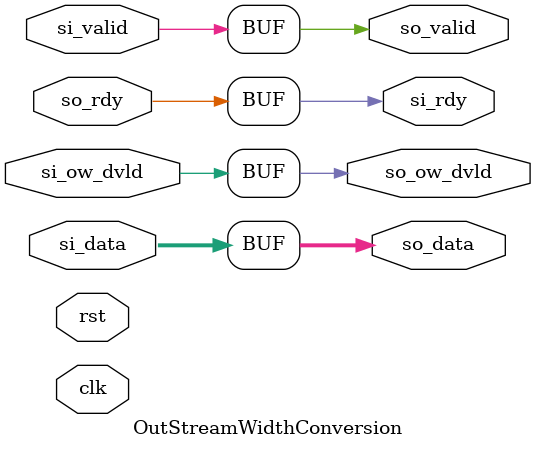
<source format=v>


// This module converts an input stream from C_DATA_WIDTH to W 
// (currently only supports C_DATA_WIDTH==256 && W==(256 || 128 || 32) or 
//                          C_DATA_WIDTH==128 && W==(128 || 32)
module InStreamWidthConversion #(
        parameter           W=128,
	parameter	    C_DATA_WIDTH=128,
	parameter	    SI_OW_DVLD_W=(C_DATA_WIDTH==256)?'d2:'d1,
	parameter	    SO_OW_DVLD_W=(W==256)?'d2:'d1

    ) (
        // core stream signals
        input               clk,
        input               rst,
        
        // "wide" input stream signals that will be converted to a "narrow" stream
        input              si_valid,
        input      [C_DATA_WIDTH-1:0] si_data,
	input      [SI_OW_DVLD_W-1:0] si_ow_dvld,	// 16 byte (Octa) word valid flags
        output reg         si_rdy,
        
        // converted "narrow" input stream signals
        output reg           so_valid,  
	output reg [SO_OW_DVLD_W-1:0] so_ow_dvld,	// Only useful for 256 bit passthru case
        input                so_rdy,    
        output reg [W-1:0]   so_data
    );
    
    // state machine to control the loading of the data
    localparam  IDLE    = 4'b0001,	// 0
		LD_D0   = 4'b0000,	// 0
                D0      = 4'b1001,	// 9
                D1      = 4'b1010,	// 10
                D2      = 4'b1011,	// 11,
                D3      = 4'b1100,	// 12,
                D4      = 4'b1101,	// 13,
                D5      = 4'b1110,	// 14,
                D6      = 4'b1111,	// 15,
                D7      = 4'b1000;	// 8
   
    generate if (W == C_DATA_WIDTH) begin : g_passthru
       // No conversion necessary, just pass the data and controls through
       always @ (*) begin
          si_rdy = so_rdy;
          so_valid = si_valid;
	  so_ow_dvld = si_ow_dvld;
          so_data = si_data;
       end

    end else begin : g_streamwidthconvert

       wire            p_si_width256 = (C_DATA_WIDTH == 256);
       wire            p_si_width128 = (C_DATA_WIDTH == 128);
       wire            p_conv_width128 = (W == 128);
       wire            p_conv_width32 = (W == 32);

       reg             c_si_rdy;
       reg             c_so_valid;

       reg     [C_DATA_WIDTH-1:0] si_data_hold;
       reg     [SI_OW_DVLD_W-1:0] si_ow_dvld_hold;
      
       reg             c_load_so_data;
       reg             c_nxt_si_data_vld;
       reg             r_nxt_si_data_vld;
       
       reg     [3:0]   r_state;
       reg     [3:0]   c_state;

       wire    [7:0]   c_ow_dvld;

       // load data into a C_DATA_WIDTH bit wide local register
       always @ (posedge clk) begin
           if (c_si_rdy) begin
               si_data_hold <= si_data;
	       si_ow_dvld_hold <= si_ow_dvld;
           end
       end

       // If si width is 256 bit, then the si_ow_dvld field will indicate the
       // validity of the two 16 byte (Octa) words. 
       // In the 256 bit case we'll use si_ow_dvld to determine the validity
       // of so_data, i.e. so_valid based on the conversion width
       // In cases other than 256 bit, the c_ow_dvld field is unnecessary and
       // all 16 byte input words are considered valid
       if (C_DATA_WIDTH == 256) begin : g_ow_dvld
          assign c_ow_dvld = p_conv_width128 ? {6'h0, si_ow_dvld_hold[1:0]} : 
                                               {{4{si_ow_dvld_hold[1]}}, {4{si_ow_dvld_hold[0]}}};
       end else begin : g_no_ow_dvld
          assign c_ow_dvld = 8'hff;
       end
   
       if ((C_DATA_WIDTH == 256) && (W == 128)) begin : g_strconv256to128
          // load data from 256-bit register into the 128-bit output register
          always @ (posedge clk) begin
              if (c_load_so_data) begin
                  case(r_state[0]) 
                      1'b0: so_data <= si_data_hold[127:0];
                      1'b1: so_data <= si_data_hold[255:128];
                  endcase
              end
          end
       end else if ((C_DATA_WIDTH == 128) && (W == 32)) begin : g_strconv128to32
          // load data from 128-bit register into the 32-bit output register
          always @ (posedge clk) begin
              if (c_load_so_data) begin
                  case(r_state[1:0]) 
                      2'h0: so_data <= si_data_hold[31:0];
                      2'h1: so_data <= si_data_hold[63:32];
                      2'h2: so_data <= si_data_hold[95:64];
                      2'h3: so_data <= si_data_hold[127:96];
                  endcase
              end
          end
       end else if ((C_DATA_WIDTH == 256) && (W == 32)) begin : g_strconv256to32
          // load data from 256-bit register into the 32-bit output register
          always @ (posedge clk) begin
              if (c_load_so_data) begin
                  case(r_state[2:0]) 
                      3'h0: so_data <= si_data_hold[31:0];
                      3'h1: so_data <= si_data_hold[63:32];
                      3'h2: so_data <= si_data_hold[95:64];
                      3'h3: so_data <= si_data_hold[127:96];
                      3'h4: so_data <= si_data_hold[159:128];
                      3'h5: so_data <= si_data_hold[191:160];
                      3'h6: so_data <= si_data_hold[223:192];
                      3'h7: so_data <= si_data_hold[255:224];
                  endcase
              end
          end
       end else begin : g_invalid_strconv
          // Unsupported conversion
          always @ (posedge clk) begin
	     so_data <= 'hdeadbeef;
	     // synthesis translate_off
	     $display("ERROR: %m Unsupported Stream Width Conversion Parameters W = %d, C_DATA_WIDTH = %d @ time %t\n", W, C_DATA_WIDTH, $time);
	     // synthesis translate_on
          end
       end

       // FSM
       always @ (posedge clk) begin
           if (rst) begin
	       si_rdy <= 1'b0;
	       so_valid <= 1'b0;
               r_state <= IDLE;
	       r_nxt_si_data_vld <= 1'b0;
           end else begin
	       si_rdy <= c_si_rdy;
	       so_valid <= c_so_valid;
               r_state <= c_state;
	       r_nxt_si_data_vld <= c_nxt_si_data_vld;
           end
       end
   
       // next state logic
       always @ (*) begin
           so_ow_dvld = {SO_OW_DVLD_W{1'b1}};	// W should never be 256 bits in this case
   
           c_si_rdy = 1'b0;
           c_so_valid = so_valid;
           c_load_so_data = 1'b0;
           c_state = r_state;
	   c_nxt_si_data_vld = r_nxt_si_data_vld;
   
           case (r_state)
              
	       // When stream is valid load input holding register, then assert
	       // si_rdy on next cycle and transition to the load first output 
	       // data state
               IDLE: begin
		   c_nxt_si_data_vld = 1'b0;
		   c_so_valid = 1'b0;
                   if (si_valid) begin
                      c_state = LD_D0;
		      c_si_rdy = 1'b1;
                   end
               end

	       // load the so_data register with cycle 0 data and transition
	       // to Data 0 state
               LD_D0: begin
	           c_state = D0;
		   c_load_so_data = 1'b1;
		   c_so_valid = c_ow_dvld[0];
	       end

	       // assert so_valid and when the bus is rdy then load the so_data
	       // register with cycle 1 data and transition to Data 1 state.
	       // If we're doing a 256 bit to 128 bit stream conversion then
	       // check if the input stream is valid, if so latch the data and
	       // assert si_rdy on the next cycle. Also hold status that we've
	       // latched the next input data
	       D0: begin
		   if (so_rdy || !so_valid) begin
		      c_state = D1;
		      c_load_so_data = 1'b1;
		      c_so_valid = c_ow_dvld[1];
	              if (p_si_width256 && p_conv_width128 && si_valid) begin
		         c_si_rdy = 1'b1;
			 c_nxt_si_data_vld = 1'b1;
		      end
		   end
	       end

	       // assert so_valid and when the bus is rdy then load the so_data
	       // register with cycle 2 data and transition to Data 2 state.
	       // Except when we're doing a 256b -> 128b conversion. In that
	       // case when the bus is rdy do 1 of 3 things. If we've already
	       // loaded the next input data then load the so_data register
	       // with cycle 0 data and transition to Data 0 state.
	       // Else check if the input stream is valid, if so latch the
	       // data and assert si_rdy on the next cycle and transiton to the
	       // load first data state. 
	       // Else just go back to the IDLE state and wait for a valid input
	       D1: begin
		   if (so_rdy || !so_valid) begin
	              if (p_si_width256 && p_conv_width128) begin
		         if (r_nxt_si_data_vld) begin
		            c_state = D0;
		            c_load_so_data = 1'b1;
		            c_so_valid = c_ow_dvld[0];
			    c_nxt_si_data_vld = 1'b0;
			 end else if (si_valid) begin
		            c_state = LD_D0;
		            c_si_rdy = 1'b1;
		            c_so_valid = 1'b0;
		         end else begin
		            c_state = IDLE;
		            c_so_valid = 1'b0;
		         end
		      end else begin
		         c_state = D2;
		         c_load_so_data = 1'b1;
		         c_so_valid = c_ow_dvld[2];
		      end
		   end
	       end

	       // assert so_valid and when the bus is rdy then load the so_data
	       // register with cycle 3 data and transition to Data 3 state.
	       // If we're doing a 128 bit to 32 bit stream conversion then
	       // check if the input stream is valid, if so latch the data and
	       // assert si_rdy on the next cycle. Also hold status that we've
	       // latched the next input data
	       D2: begin
		   if (so_rdy || !so_valid) begin
		      c_state = D3;
		      c_load_so_data = 1'b1;
		      c_so_valid = c_ow_dvld[3];
	              if (p_si_width128 && p_conv_width32 && si_valid) begin
		         c_si_rdy = 1'b1;
			 c_nxt_si_data_vld = 1'b1;
		      end 
		   end
	       end

	       // assert so_valid and when the bus is rdy then load the so_data
	       // register with cycle 4 data and transition to Data 4 state.
	       // Except when we're doing a 128b -> 32b conversion. In that
	       // case when the bus is rdy do 1 of 3 things. If we've already
	       // loaded the next input data then load the so_data register
	       // with cycle 0 data and transition to Data 0 state.
	       // Else check if the input stream is valid, if so latch the
	       // data and assert si_rdy on the next cycle and transiton to the
	       // load first data state. 
	       // Else just go back to the IDLE state and wait for a valid input
	       D3: begin
		   if (so_rdy || !so_valid) begin
	              if (p_si_width128 && p_conv_width32) begin
		         if (r_nxt_si_data_vld) begin
		            c_state = D0;
		            c_load_so_data = 1'b1;
			    c_nxt_si_data_vld = 1'b0;
			 end else if (si_valid) begin
		            c_state = LD_D0;
		            c_si_rdy = 1'b1;
		            c_so_valid = 1'b0;
		         end else begin
		            c_state = IDLE;
		            c_so_valid = 1'b0;
		         end
		      end else begin
		         c_state = D4;
		         c_load_so_data = 1'b1;
		         c_so_valid = c_ow_dvld[4];
		      end
		   end
	       end

	       // We must be in the 256b -> 32b stream conversion. If so, we
	       // do nothing in the D4 & D5 states except to load the so_data
	       // register and transition to the next state when the bus is
	       // rdy.
               D4: begin
		   if (so_rdy || !so_valid) begin
	              c_state = D5;
		      c_load_so_data = 1'b1;
		      c_so_valid = c_ow_dvld[5];
		   end
	       end

               D5: begin
		   if (so_rdy || !so_valid) begin
	              c_state = D6;
		      c_load_so_data = 1'b1;
		      c_so_valid = c_ow_dvld[6];
		   end
	       end

	       // assert so_valid and when the bus is rdy then load the so_data
	       // register with cycle 7 data and transition to Data 7 state.
	       // Then check if the input stream is valid, if so latch the data
	       // and assert si_rdy on the next cycle. Also hold status that 
	       // we've latched the next input data
	       D6: begin
		   if (so_rdy || !so_valid) begin
		      c_state = D7;
		      c_load_so_data = 1'b1;
		      c_so_valid = c_ow_dvld[7];
	              if (si_valid) begin
		         c_si_rdy = 1'b1;
			 c_nxt_si_data_vld = 1'b1;
		      end 
		   end
	       end

	       // assert so_valid and when the bus is rdy then do 1 of 3 things.
	       // If we've already loaded the next input data then load the 
	       // so_data register with cycle 0 data and transition to Data 0 
	       // state.
	       // Else check if the input stream is valid, if so latch the
	       // data and assert si_rdy on the next cycle and transiton to the
	       // load first data state. 
	       // Else just go back to the IDLE state and wait for a valid input
	       D7: begin
		   if (so_rdy || !so_valid) begin
		      if (r_nxt_si_data_vld) begin
		         c_state = D0;
		         c_load_so_data = 1'b1;
		         c_so_valid = c_ow_dvld[0];
		         c_nxt_si_data_vld = 1'b0;
		      end else if (si_valid) begin
		         c_state = LD_D0;
		         c_si_rdy = 1'b1;
		         c_so_valid = 1'b0;
		      end else begin
		         c_state = IDLE;
		         c_so_valid = 1'b0;
		      end
		   end
	       end

               // should never enter this state
               default: begin
                   c_state = IDLE;
               end
           endcase
       end
    end endgenerate
      
endmodule 

// This module converts an out stream from W to C_DATA_WIDTH
// (currently only written for C_DATA_WIDTH = 256 or 128 AND W=128 or 32)
module OutStreamWidthConversion #(
        parameter           W=128,
	parameter	    C_DATA_WIDTH=128,
	parameter	    SO_OW_DVLD_W=(C_DATA_WIDTH==256)?'d2:'d1,
	parameter	    SI_OW_DVLD_W=(W==256)?'d2:'d1
    ) (
        // core stream signals
        input               clk,
        input               rst,
        
        // converted "wide" output stream signals
        output reg          so_valid,
        output reg  [C_DATA_WIDTH-1:0] so_data,
	output reg  [SO_OW_DVLD_W-1:0] so_ow_dvld,		// 16 byte (Octa) word valid flags
        input               so_rdy,
        
        // "narrow" output stream signals that will be converted to a "wide" stream
        input               si_valid,  
	input       [SI_OW_DVLD_W-1:0] si_ow_dvld,		// Only useful for 256 bit passthru case
        output reg          si_rdy,    
        input       [W-1:0] si_data
    );
    
    // state machine to control the loading of the data
    localparam  IDLE    = 4'b0001,	// 0
		LD_D0   = 4'b0000,	// 0
                D0      = 4'b1001,	// 9
                D1      = 4'b1010,	// 10
                D2      = 4'b1011,	// 11,
                D3      = 4'b1100,	// 12,
                D4      = 4'b1101,	// 13,
                D5      = 4'b1110,	// 14,
                D6      = 4'b1111,	// 15,
                D7      = 4'b1000;	// 8

    // parameter to indicate the upper msb ow_dvld bit
    localparam UPPER_OW_DVLD_B = SO_OW_DVLD_W-1;

    generate if (W == C_DATA_WIDTH) begin : g_passthru
       // No conversion necessary, just pass the data and controls through
       always @ (*) begin
          so_valid = si_valid;
          so_data = si_data;
	  so_ow_dvld = si_ow_dvld;
          si_rdy = so_rdy;
       end

    end else begin : g_streamwidthconvert

       wire            p_so_width256 = (C_DATA_WIDTH == 256);
       wire            p_so_width128 = (C_DATA_WIDTH == 128);
       wire            p_conv_width128 = (W == 128);
       wire            p_conv_width32 = (W == 32);

       reg             c_so_valid;
       reg     [SO_OW_DVLD_W-1:0] c_so_ow_dvld;
       reg     [W-1:0] si_data_hold;

       reg             c_load_so_data;
       reg             c_si_data_hold_vld;
       reg             r_si_data_hold_vld;

       reg     [3:0]   r_state;
       reg     [3:0]   c_state;

       reg             c_frc_so_data_sel;
       reg     [2:0]   c_so_data_sel;
   
       // load data into a C_DATA_WIDTH bit wide local register
       always @ (posedge clk) begin
           if (si_rdy) begin
               si_data_hold <= si_data;
           end
       end

       if ((C_DATA_WIDTH == 256) && (W == 128)) begin : g_strconv128to256
          // load data from 128-bit register into the 256-bit output register
          `ifdef ALTERA_FPGA
          (* noprune = 1 *)
          (* syn_preserve = 1 *)
          (* syn_keep = 1 *)
          `endif
	  reg l_so_data_sel;
	  always @ (*) begin
	      l_so_data_sel = c_frc_so_data_sel ? c_so_data_sel[0] : r_state[0];
	  end
          always @ (posedge clk) begin
              if (c_load_so_data) begin
                  case(l_so_data_sel) 
                      1'b0: so_data[127:0] <= si_data_hold;
                      1'b1: so_data[255:128] <= si_data_hold;
                  endcase
              end
          end
       end else if ((C_DATA_WIDTH == 128) && (W == 32)) begin : g_strconv32to128
          // load data from 32-bit register into the 128-bit output register
          always @ (posedge clk) begin
              if (c_load_so_data) begin
                  case(r_state[1:0]) 
                      2'h0: so_data[31:0] <= si_data_hold;
                      2'h1: so_data[63:32] <= si_data_hold;
                      2'h2: so_data[95:64] <= si_data_hold;
                      2'h3: so_data[127:96] <= si_data_hold;
                  endcase
              end
          end
       end else if ((C_DATA_WIDTH == 256) && (W == 32)) begin : g_strconv32to256
          // load data from 32-bit register into the 256-bit output register
          `ifdef ALTERA_FPGA
          (* noprune = 1 *)
          (* syn_preserve = 1 *)
          (* syn_keep = 1 *)
          `endif
	  reg [2:0] l_so_data_sel;
	  always @ (*) begin
	      l_so_data_sel = c_frc_so_data_sel ? c_so_data_sel[2:0] : r_state[2:0];
	  end
          always @ (posedge clk) begin
              if (c_load_so_data) begin
                  case(l_so_data_sel) 
                      3'h0: so_data[31:0] <= si_data_hold;
                      3'h1: so_data[63:32] <= si_data_hold;
                      3'h2: so_data[95:64] <= si_data_hold;
                      3'h3: so_data[127:96] <= si_data_hold;
                      3'h4: so_data[159:128] <= si_data_hold;
                      3'h5: so_data[191:160] <= si_data_hold;
                      3'h6: so_data[223:192] <= si_data_hold;
                      3'h7: so_data[255:224] <= si_data_hold;
                  endcase
              end
          end
       end else begin : g_invalid_strconv
          // Unsupported conversion
          always @ (posedge clk) begin
	     so_data <= 'hdeadbeef;
	     // synthesis translate_off
	     $display("ERROR: %m Unsupported Stream Width Conversion Parameters W = %d, C_DATA_WIDTH = %d @ time %t\n", W, C_DATA_WIDTH, $time);
	     // synthesis translate_on
          end
       end

       // FSM
       always @ (posedge clk) begin
           if (rst) begin
	       so_valid <= 1'b0;
	       so_ow_dvld <= {SO_OW_DVLD_W{1'b0}};
               r_state <= IDLE;
	       r_si_data_hold_vld <= 1'b0;
           end else begin
	       so_valid <= c_so_valid;
	       so_ow_dvld <= c_so_ow_dvld;
               r_state <= c_state;
	       r_si_data_hold_vld <= c_si_data_hold_vld;
           end
       end
   
       // next state logic
       always @ (*) begin
   
	   c_frc_so_data_sel = 1'b0;
	   c_so_data_sel = 'h0;
           si_rdy = 1'b0;
           c_so_valid = so_valid;
	   c_so_ow_dvld = so_ow_dvld;
           c_load_so_data = 1'b0;
           c_state = r_state;
	   c_si_data_hold_vld = r_si_data_hold_vld;
   
           case (r_state)
              
	       // Wait for D0 data's si_valid and then mark si_data_hold 
	       // register as valid
               IDLE: begin
		   si_rdy = 1'b1;
		   c_so_valid = 1'b0;
		   c_so_ow_dvld = {SO_OW_DVLD_W{1'b0}};
		   c_si_data_hold_vld = 1'b0;
                   if (si_valid) begin
                      c_state = LD_D0;
		      c_si_data_hold_vld = 1'b1;
                   end
               end

	       // Load D0 data into so_data register and wait for D1 data's
	       // si_valid and then mark si_data_hold register as valid
               LD_D0: begin
		   si_rdy = 1'b1;
		   c_load_so_data = r_si_data_hold_vld;
		   c_si_data_hold_vld = 1'b0;
		   // In 128 -> 256 case, we can't be assured any more data
		   // will be forthcoming. Therefore proceed to state D0
		   // regardless if si_valid is asserted. For other cases wait
		   // for si_valid
		   if (p_so_width256 && p_conv_width128) begin
		      c_state = D0; 
		      if (si_valid) begin
		         c_si_data_hold_vld = 1'b1;
		      end
		   end else if (si_valid) begin
                      c_state = D0;
		      c_si_data_hold_vld = 1'b1;
                   end
               end

	       // Load D1 data into so_data register and either
	       // We immediately set so_valid and transition to D1, if we're 
	       // doing 128b -> 256b, since we'll have both D0 & D1 loaded into 
	       // the so_data register. We also record if we have the next 
	       // D0 data held.
	       // Or we wait for D2 data's si_valid and then mark si_data_hold 
	       // register as valid
               D0: begin
		   si_rdy = 1'b1;
		   c_load_so_data = r_si_data_hold_vld;
		   c_si_data_hold_vld = 1'b0;
		   if (p_so_width256 && p_conv_width128) begin
                      c_state = D1;
		      c_so_valid = 1'b1;
		      c_so_ow_dvld[UPPER_OW_DVLD_B] = r_si_data_hold_vld;
		      c_so_ow_dvld[0] = 1'b1;
		      if (si_valid) begin
			 c_si_data_hold_vld = 1'b1;
		      end
		   end else if (si_valid) begin
                      c_state = D1;
		      c_si_data_hold_vld = 1'b1;
                   end
               end

               D1: begin
		   if (p_so_width256 && p_conv_width128) begin
		      if (so_rdy) begin
			 // We'll transition to D0, LD_D0, or IDLE based on
			 // whether we have the next D0 latched and if
			 // si_valid is currently asserted
			 c_state = r_si_data_hold_vld ? (si_valid ? D0 : LD_D0) : (si_valid ? LD_D0 : IDLE);
		         c_so_valid = 1'b0;
			 c_so_ow_dvld = {SO_OW_DVLD_W{1'b0}};
		         si_rdy = 1'b1;
			 // Load next D0 data into so_data register if si_data_hold
			 // register is valid
		         c_load_so_data = r_si_data_hold_vld;
			 c_si_data_hold_vld = 1'b0;
			 // Mark the si_data_hold register as valid if si_valid is
			 // asserted
			 if (si_valid) begin
			    c_si_data_hold_vld = 1'b1;
			 end
		      end else begin
			 // Only allow si_rdy if the next D0 isn't latched OR
			 // if we don't have the 2nd octa-word valid flag set, if
			 // we get an si_valid in either case mark si_data_hold 
			 // register as valid
			 if (!r_si_data_hold_vld || !so_ow_dvld[UPPER_OW_DVLD_B]) begin
			    // If we load_so_data we must force the mux select
			    c_frc_so_data_sel = 1'b1;
			    c_so_data_sel[0] = 1'b1;
			    // clear data_hold_vld if we're just loading ow_dvld[1]
			    c_si_data_hold_vld = 1'b0;
		            si_rdy = 1'b1;
			    if (si_valid) begin
			       c_si_data_hold_vld = 1'b1;
			    end
			    if (r_si_data_hold_vld) begin
			       c_load_so_data = 1'b1;
			       c_so_ow_dvld[UPPER_OW_DVLD_B] = 1'b1;
			    end
			 end
		      end
	           // The generic case, load D2 data into so_data register 
		   // and wait for D3 data's si_valid and then mark
		   // si_data_hold register as valid
		   end else begin
		      si_rdy = 1'b1;
		      c_load_so_data = r_si_data_hold_vld;
		      c_si_data_hold_vld = 1'b0;
		      if (si_valid) begin
                         c_state = D2;
		         c_si_data_hold_vld = 1'b1;
                      end
		   end
               end

	       // Load D3 data into so_data register and either
	       // We immediately set so_valid and transition to D3, if we're 
	       // doing 32b -> 128b, since we'll have D0, D1, D2 & D3 loaded into 
	       // the so_data register. We also record if we have the next 
	       // D0 data held.
	       // Else we're in the 32b -> 256 case. In which case we can't
	       // know if we'll ever get another si_valid. Therefore we
	       // transition through the following states with
	       // so_ow_dvld[1]==0 not waiting on si_valid. That is unless we 
	       // ever get a si_valid. In which case we can assume we'll get a 
	       // total of 4 more si_valids.
               D2: begin
		   si_rdy = 1'b1;
		   c_load_so_data = r_si_data_hold_vld;
		   c_si_data_hold_vld = 1'b0;
		   if (p_so_width128 && p_conv_width32) begin
                      c_state = D3;
		      c_so_valid = 1'b1;
		      if (si_valid) begin
			 c_si_data_hold_vld = 1'b1;
		      end
		   end else begin
                      c_state = D3;
		      if (si_valid) begin
		         c_si_data_hold_vld = 1'b1;
		      end
                   end
               end

               D3: begin
		   if (p_so_width128 && p_conv_width32) begin
		      if (so_rdy) begin
			 // We'll transition to D0, LD_D0, or IDLE based on
			 // whether we have the next D0 latched and if
			 // si_valid is currently asserted
			 c_state = r_si_data_hold_vld ? (si_valid ? D0 : LD_D0) : (si_valid ? LD_D0 : IDLE);
		         c_so_valid = 1'b0;
		         si_rdy = 1'b1;
			 // Load next D0 data into so_data register if si_data_hold
			 // register is valid
		         c_load_so_data = r_si_data_hold_vld;
			 c_si_data_hold_vld = 1'b0;
			 // Mark the si_data_hold register as valid if si_valid is
			 // asserted
			 if (si_valid) begin
			    c_si_data_hold_vld = 1'b1;
			 end
		      end else begin
			 // Only allow si_rdy if the next D0 isn't latched, if
			 // we get an si_valid in this case mark si_data_hold 
			 // register as valid
			 if (!r_si_data_hold_vld) begin
		            si_rdy = 1'b1;
			    if (si_valid) begin
			       c_si_data_hold_vld = 1'b1;
			    end
			 end
		      end
	           // The 32b -> 256b case
		   end else begin
		      c_so_ow_dvld[0] = 1'b1;
		      si_rdy = 1'b1;
	              // load D4 data (if held) into so_data register 
		      c_load_so_data = r_si_data_hold_vld;
		      c_si_data_hold_vld = 1'b0;
                      // If so_ow_dvld[1] is set we know we need to wait for
                      // all 4 pieces of the 2nd octa-word
		      if (so_ow_dvld[UPPER_OW_DVLD_B]) begin
		         // must wait for remaining si_valids
			 if (si_valid) begin
			    c_state = D4;
			    c_si_data_hold_vld = 1'b1;
			 end
		      // Else check if si_valid is asserted, if so that means
		      // we will get 4 more pieces of 32b data. 
		      end else if (si_valid) begin
			 c_so_ow_dvld[UPPER_OW_DVLD_B] = 1'b1;
			 c_si_data_hold_vld = 1'b1;
			 // If r_si_data_hold_vld is not set we need to
			 // re-enter D3 state with r_si_data_hold_vld set.
			 if (!r_si_data_hold_vld) begin
			    c_state = D3; // re-enter state D3 with ow_dvld[1] set
			 // Otherwise we just wrote D4 data and should proceed
			 // on with the ow_dvld[1] set.
			 end else begin
			    c_state = D4; // continue on, we've just loaded D4
			 end
		      // Else check if r_si_data_hold_vld is asserted, if so
		      // that still means we will get 4 more pieces of data.
		      // In that case just re-enter state D3 with
		      // r_si_data_hold_vld clear and ow_dvld[1] set and wait
		      // for the next si_valid. 
		      // Otherwise just keep transitioning states.
		      end else begin	// !si_valid
		         if (r_si_data_hold_vld) begin
			    c_state = D3; // re-enter state D3 with ow_dvld[1] set and wait for si_valid
			    c_so_ow_dvld[UPPER_OW_DVLD_B] = 1'b1;
			 end else begin
			    c_state = D4; // continue on, we may not get another si_valid
			 end
		      end
		   end
               end

	       // We must be in the 32b -> 256b stream conversion.
	       D4: begin
		  si_rdy = 1'b1;
		  c_load_so_data = r_si_data_hold_vld;
		  c_si_data_hold_vld = 1'b0;
                  // If so_ow_dvld[1] is set we know we need to wait for
                  // all 4 pieces of the 2nd octa-word
		  if (so_ow_dvld[UPPER_OW_DVLD_B]) begin
		      // must wait for remaining si_valids
		      if (si_valid) begin
			  c_state = D5;
			  c_si_data_hold_vld = 1'b1;
		      end
		  // Else check if si_valid is asserted, if so that means
		  // we will get 4 more pieces of 32b data. Just re-enter
		  // state 3 with r_si_data_hold_vld & ow_dvld[1] set.
		  // Otherwise just keep transitioning states.
		  end else if (si_valid) begin
		      c_so_ow_dvld[UPPER_OW_DVLD_B] = 1'b1;
		      c_si_data_hold_vld = 1'b1;
		      c_state = D3; // re-enter state D3 with r_si_data_hold_vld & ow_dvld[1] set
		  end else begin	// !si_valid
		      c_state = D5; // continue on, we may not get another si_valid
		  end
	       end

	       // We must be in the 32b -> 256b stream conversion.
	       // Load D6 data into so_data register and wait for D7 data's
	       // si_valid
	       D5: begin
		  si_rdy = 1'b1;
		  c_load_so_data = r_si_data_hold_vld;
		  c_si_data_hold_vld = 1'b0;
                  // If so_ow_dvld[1] is set we know we need to wait for
                  // all 4 pieces of the 2nd octa-word
		  if (so_ow_dvld[UPPER_OW_DVLD_B]) begin
		      // must wait for remaining si_valids
		      if (si_valid) begin
			  c_state = D6;
			  c_si_data_hold_vld = 1'b1;
		      end
		  // Else check if si_valid is asserted, if so that means
		  // we will get 4 more pieces of 32b data. Just re-enter
		  // state 3 with r_si_data_hold_vld & ow_dvld[1] set.
		  // Otherwise just keep transitioning states.
		  end else if (si_valid) begin
		      c_so_ow_dvld[UPPER_OW_DVLD_B] = 1'b1;
		      c_si_data_hold_vld = 1'b1;
		      c_state = D3; // re-enter state D3 with r_si_data_hold_vld & ow_dvld[1] set
		  end else begin	// !si_valid
		      c_state = D6; // continue on, we may not get another si_valid
		  end
	       end

	       // We must be in the 32b -> 256b stream conversion.
	       // Load D7 data into so_data register and immediately 
	       // set so_valid and transition to D7 since we'll have 
	       // D0-D7 loaded into the so_data register. We also record 
	       // if we have the next D0 data held.
               D6: begin
		  si_rdy = 1'b1;
		  c_load_so_data = r_si_data_hold_vld;
		  c_si_data_hold_vld = 1'b0;
                  // If so_ow_dvld[1] is set we know we need to wait for
                  // all 4 pieces of the 2nd octa-word
		  if (so_ow_dvld[UPPER_OW_DVLD_B]) begin
		      c_state = D7;
		      c_so_valid = 1'b1;
		      if (si_valid) begin
			  c_si_data_hold_vld = 1'b1;
		      end
		  // Else check if si_valid is asserted, if so that means
		  // we will get 4 more pieces of 32b data. Just re-enter
		  // state 3 with r_si_data_hold_vld & ow_dvld[1] set.
		  // Otherwise just keep transitioning states.
		  end else if (si_valid) begin
		      c_so_ow_dvld[UPPER_OW_DVLD_B] = 1'b1;
		      c_si_data_hold_vld = 1'b1;
		      c_state = D3; // re-enter state D3 with r_si_data_hold_vld & ow_dvld[1] set
		  end else begin	// !si_valid
		      c_state = D7; // continue on, we may not get another si_valid
		      c_so_valid = 1'b1;
		  end
               end

               D7: begin
		   if (so_rdy) begin
		      // We'll transition to D0, LD_D0, or IDLE based on
		      // whether we have the next D0 latched and if
		      // si_valid is currently asserted
		      c_state = r_si_data_hold_vld ? (si_valid ? D0 : LD_D0) : (si_valid ? LD_D0 : IDLE);
		      c_so_valid = 1'b0;
		      c_so_ow_dvld = {SO_OW_DVLD_W{1'b0}};
		      si_rdy = 1'b1;
		      // Load next D0 data into so_data register if si_data_hold
		      // register is valid
		      c_load_so_data = r_si_data_hold_vld;
		      c_si_data_hold_vld = 1'b0;
		      // Mark the si_data_hold register as valid if si_valid is
		      // asserted
		      if (si_valid) begin
			 c_si_data_hold_vld = 1'b1;
		      end
		   end else begin
                      // Only allow si_rdy if the next D0 isn't latched, if
                      // we get an si_valid in this case mark si_data_hold 
                      // register as valid. 
                      // Note we can't just back to earlier states here to
                      // collect the 2nd octa-word because we've already set
                      // so_valid.
                      if (!r_si_data_hold_vld) begin
                         si_rdy = 1'b1;
                         if (si_valid) begin
                            c_si_data_hold_vld = 1'b1;
                         end
                      end
                   end
               end

               // should never enter this state
               default: begin
                   c_state = IDLE;
               end
           endcase
       end
    end endgenerate
    
endmodule 

</source>
